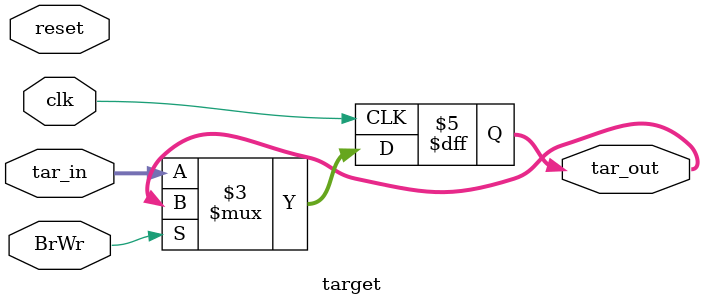
<source format=v>
`timescale 1ns / 1ps


module target(
    input           clk,
    input           reset,
    input   [31:0]  tar_in,
    input           BrWr,
    output reg[31:0]  tar_out
);
    always @(posedge clk) begin
        if (!BrWr)
            tar_out <= tar_in;
    end

endmodule

</source>
